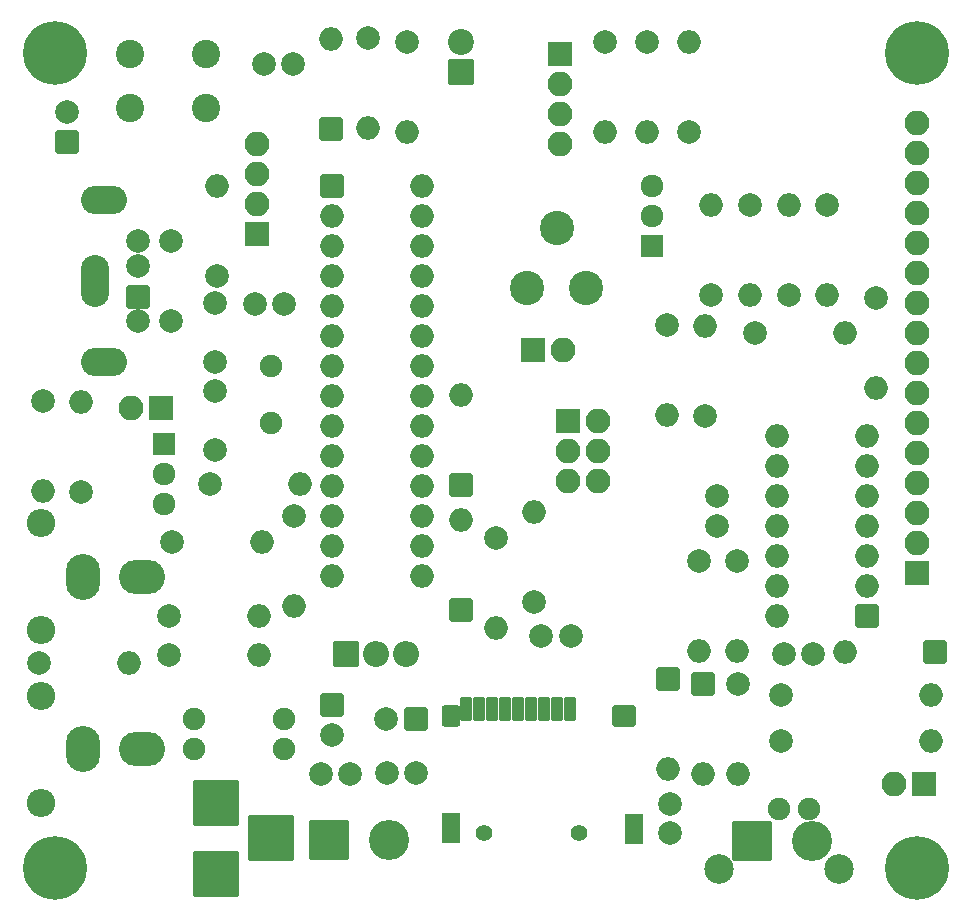
<source format=gbr>
%TF.GenerationSoftware,KiCad,Pcbnew,(6.0.11)*%
%TF.CreationDate,2023-02-05T16:58:02-06:00*%
%TF.ProjectId,PortableTerminal,506f7274-6162-46c6-9554-65726d696e61,rev?*%
%TF.SameCoordinates,Original*%
%TF.FileFunction,Soldermask,Top*%
%TF.FilePolarity,Negative*%
%FSLAX46Y46*%
G04 Gerber Fmt 4.6, Leading zero omitted, Abs format (unit mm)*
G04 Created by KiCad (PCBNEW (6.0.11)) date 2023-02-05 16:58:02*
%MOMM*%
%LPD*%
G01*
G04 APERTURE LIST*
G04 Aperture macros list*
%AMRoundRect*
0 Rectangle with rounded corners*
0 $1 Rounding radius*
0 $2 $3 $4 $5 $6 $7 $8 $9 X,Y pos of 4 corners*
0 Add a 4 corners polygon primitive as box body*
4,1,4,$2,$3,$4,$5,$6,$7,$8,$9,$2,$3,0*
0 Add four circle primitives for the rounded corners*
1,1,$1+$1,$2,$3*
1,1,$1+$1,$4,$5*
1,1,$1+$1,$6,$7*
1,1,$1+$1,$8,$9*
0 Add four rect primitives between the rounded corners*
20,1,$1+$1,$2,$3,$4,$5,0*
20,1,$1+$1,$4,$5,$6,$7,0*
20,1,$1+$1,$6,$7,$8,$9,0*
20,1,$1+$1,$8,$9,$2,$3,0*%
G04 Aperture macros list end*
%ADD10RoundRect,0.200000X-0.800000X0.800000X-0.800000X-0.800000X0.800000X-0.800000X0.800000X0.800000X0*%
%ADD11C,2.000000*%
%ADD12RoundRect,0.200000X0.800000X-0.800000X0.800000X0.800000X-0.800000X0.800000X-0.800000X-0.800000X0*%
%ADD13RoundRect,0.200000X0.800000X0.800000X-0.800000X0.800000X-0.800000X-0.800000X0.800000X-0.800000X0*%
%ADD14O,2.000000X2.000000*%
%ADD15RoundRect,0.200000X1.750000X-1.750000X1.750000X1.750000X-1.750000X1.750000X-1.750000X-1.750000X0*%
%ADD16RoundRect,0.200000X-0.850000X-0.850000X0.850000X-0.850000X0.850000X0.850000X-0.850000X0.850000X0*%
%ADD17O,2.100000X2.100000*%
%ADD18RoundRect,0.200000X0.850000X0.850000X-0.850000X0.850000X-0.850000X-0.850000X0.850000X-0.850000X0*%
%ADD19O,2.400000X2.400000*%
%ADD20O,2.900000X3.900000*%
%ADD21O,3.900000X2.900000*%
%ADD22RoundRect,0.200000X0.850000X-0.850000X0.850000X0.850000X-0.850000X0.850000X-0.850000X-0.850000X0*%
%ADD23O,3.900000X2.400000*%
%ADD24O,2.400000X4.400000*%
%ADD25C,2.900000*%
%ADD26C,2.400000*%
%ADD27RoundRect,0.200000X-0.900000X-0.900000X0.900000X-0.900000X0.900000X0.900000X-0.900000X0.900000X0*%
%ADD28O,2.200000X2.200000*%
%ADD29RoundRect,0.200000X-0.800000X-0.800000X0.800000X-0.800000X0.800000X0.800000X-0.800000X0.800000X0*%
%ADD30RoundRect,0.200000X0.800000X0.700000X-0.800000X0.700000X-0.800000X-0.700000X0.800000X-0.700000X0*%
%ADD31C,1.400000*%
%ADD32RoundRect,0.200000X-0.600000X-1.100000X0.600000X-1.100000X0.600000X1.100000X-0.600000X1.100000X0*%
%ADD33RoundRect,0.200000X0.350000X0.800000X-0.350000X0.800000X-0.350000X-0.800000X0.350000X-0.800000X0*%
%ADD34RoundRect,0.200000X0.600000X0.700000X-0.600000X0.700000X-0.600000X-0.700000X0.600000X-0.700000X0*%
%ADD35C,1.900000*%
%ADD36RoundRect,0.200000X0.900000X-0.900000X0.900000X0.900000X-0.900000X0.900000X-0.900000X-0.900000X0*%
%ADD37C,2.200000*%
%ADD38RoundRect,0.200000X-0.760000X-0.760000X0.760000X-0.760000X0.760000X0.760000X-0.760000X0.760000X0*%
%ADD39C,1.920000*%
%ADD40RoundRect,0.200000X-0.850000X0.850000X-0.850000X-0.850000X0.850000X-0.850000X0.850000X0.850000X0*%
%ADD41RoundRect,0.200000X-1.500000X-1.500000X1.500000X-1.500000X1.500000X1.500000X-1.500000X1.500000X0*%
%ADD42C,3.400000*%
%ADD43RoundRect,0.200000X0.760000X0.760000X-0.760000X0.760000X-0.760000X-0.760000X0.760000X-0.760000X0*%
%ADD44C,2.500000*%
%ADD45C,5.400000*%
G04 APERTURE END LIST*
D10*
%TO.C,C1*%
X78480000Y-121230000D03*
D11*
X78480000Y-123730000D03*
%TD*%
%TO.C,C2*%
X75170000Y-66900000D03*
X72670000Y-66900000D03*
%TD*%
D12*
%TO.C,C3*%
X56000000Y-73500000D03*
D11*
X56000000Y-71000000D03*
%TD*%
%TO.C,C4*%
X74400000Y-87200000D03*
X71900000Y-87200000D03*
%TD*%
%TO.C,C5*%
X68560000Y-87170000D03*
X68560000Y-92170000D03*
%TD*%
%TO.C,C6*%
X68560000Y-94600000D03*
X68560000Y-99600000D03*
%TD*%
%TO.C,C7*%
X96150000Y-115340000D03*
X98650000Y-115340000D03*
%TD*%
D13*
%TO.C,C8*%
X85520000Y-122350000D03*
D11*
X83020000Y-122350000D03*
%TD*%
D12*
%TO.C,D1*%
X78330000Y-72430000D03*
D14*
X78330000Y-64810000D03*
%TD*%
D12*
%TO.C,D2*%
X89340000Y-102600000D03*
D14*
X89340000Y-94980000D03*
%TD*%
D12*
%TO.C,D3*%
X89380000Y-113160000D03*
D14*
X89380000Y-105540000D03*
%TD*%
D15*
%TO.C,J1*%
X68620000Y-129460000D03*
X68620000Y-135460000D03*
X73320000Y-132460000D03*
%TD*%
D16*
%TO.C,J4*%
X98450000Y-97160000D03*
D17*
X100990000Y-97160000D03*
X98450000Y-99700000D03*
X100990000Y-99700000D03*
X98450000Y-102240000D03*
X100990000Y-102240000D03*
%TD*%
D16*
%TO.C,J7*%
X97790000Y-66040000D03*
D17*
X97790000Y-68580000D03*
X97790000Y-71120000D03*
X97790000Y-73660000D03*
%TD*%
D18*
%TO.C,J8*%
X72136000Y-81280000D03*
D17*
X72136000Y-78740000D03*
X72136000Y-76200000D03*
X72136000Y-73660000D03*
%TD*%
D19*
%TO.C,J9*%
X53840000Y-105810000D03*
X53840000Y-114810000D03*
D20*
X57340000Y-110310000D03*
D21*
X62340000Y-110310000D03*
%TD*%
D19*
%TO.C,J10*%
X53840000Y-120450000D03*
X53840000Y-129450000D03*
D20*
X57340000Y-124950000D03*
D21*
X62340000Y-124950000D03*
%TD*%
D22*
%TO.C,JP1*%
X95480000Y-91140000D03*
D17*
X98020000Y-91140000D03*
%TD*%
D10*
%TO.C,P1*%
X62030000Y-86610000D03*
D11*
X62030000Y-84010000D03*
X62030000Y-88710000D03*
X62030000Y-81910000D03*
X64830000Y-88710000D03*
X64830000Y-81910000D03*
D23*
X59180000Y-78460000D03*
D24*
X58380000Y-85310000D03*
D23*
X59180000Y-92160000D03*
%TD*%
D11*
%TO.C,R1*%
X81460000Y-64690000D03*
D14*
X81460000Y-72310000D03*
%TD*%
D11*
%TO.C,R2*%
X105156000Y-65024000D03*
D14*
X105156000Y-72644000D03*
%TD*%
D11*
%TO.C,R3*%
X101600000Y-65024000D03*
D14*
X101600000Y-72644000D03*
%TD*%
D11*
%TO.C,R4*%
X64920000Y-107370000D03*
D14*
X72540000Y-107370000D03*
%TD*%
D11*
%TO.C,R5*%
X53680000Y-117650000D03*
D14*
X61300000Y-117650000D03*
%TD*%
D11*
%TO.C,R6*%
X108712000Y-72644000D03*
D14*
X108712000Y-65024000D03*
%TD*%
D11*
%TO.C,R7*%
X64650000Y-116930000D03*
D14*
X72270000Y-116930000D03*
%TD*%
D11*
%TO.C,R8*%
X64680000Y-113690000D03*
D14*
X72300000Y-113690000D03*
%TD*%
D11*
%TO.C,R9*%
X92330000Y-107010000D03*
D14*
X92330000Y-114630000D03*
%TD*%
D11*
%TO.C,R10*%
X117180000Y-86500000D03*
D14*
X117180000Y-78880000D03*
%TD*%
D11*
%TO.C,R11*%
X120390000Y-78870000D03*
D14*
X120390000Y-86490000D03*
%TD*%
D11*
%TO.C,R12*%
X110540000Y-86480000D03*
D14*
X110540000Y-78860000D03*
%TD*%
D11*
%TO.C,R13*%
X113870000Y-78860000D03*
D14*
X113870000Y-86480000D03*
%TD*%
D11*
%TO.C,R14*%
X106810000Y-89040000D03*
D14*
X106810000Y-96660000D03*
%TD*%
D11*
%TO.C,R15*%
X110030000Y-96700000D03*
D14*
X110030000Y-89080000D03*
%TD*%
D11*
%TO.C,R16*%
X57190000Y-103130000D03*
D14*
X57190000Y-95510000D03*
%TD*%
D11*
%TO.C,R17*%
X53970000Y-95460000D03*
D14*
X53970000Y-103080000D03*
%TD*%
D25*
%TO.C,RV1*%
X94996000Y-85852000D03*
X97496000Y-80812000D03*
X99996000Y-85852000D03*
%TD*%
D26*
%TO.C,SW1*%
X61318000Y-70612000D03*
X67818000Y-70612000D03*
X67818000Y-66112000D03*
X61318000Y-66112000D03*
%TD*%
D27*
%TO.C,U1*%
X79600000Y-116850000D03*
D28*
X82140000Y-116850000D03*
X84680000Y-116850000D03*
%TD*%
D29*
%TO.C,U2*%
X78486000Y-77216000D03*
D14*
X78486000Y-79756000D03*
X78486000Y-82296000D03*
X78486000Y-84836000D03*
X78486000Y-87376000D03*
X78486000Y-89916000D03*
X78486000Y-92456000D03*
X78486000Y-94996000D03*
X78486000Y-97536000D03*
X78486000Y-100076000D03*
X78486000Y-102616000D03*
X78486000Y-105156000D03*
X78486000Y-107696000D03*
X78486000Y-110236000D03*
X86106000Y-110236000D03*
X86106000Y-107696000D03*
X86106000Y-105156000D03*
X86106000Y-102616000D03*
X86106000Y-100076000D03*
X86106000Y-97536000D03*
X86106000Y-94996000D03*
X86106000Y-92456000D03*
X86106000Y-89916000D03*
X86106000Y-87376000D03*
X86106000Y-84836000D03*
X86106000Y-82296000D03*
X86106000Y-79756000D03*
X86106000Y-77216000D03*
%TD*%
D18*
%TO.C,U3*%
X128000000Y-110000000D03*
D17*
X128000000Y-107460000D03*
X128000000Y-104920000D03*
X128000000Y-102380000D03*
X128000000Y-99840000D03*
X128000000Y-97300000D03*
X128000000Y-94760000D03*
X128000000Y-92220000D03*
X128000000Y-89680000D03*
X128000000Y-87140000D03*
X128000000Y-84600000D03*
X128000000Y-82060000D03*
X128000000Y-79520000D03*
X128000000Y-76980000D03*
X128000000Y-74440000D03*
X128000000Y-71900000D03*
%TD*%
D30*
%TO.C,U4*%
X103160000Y-122100000D03*
D31*
X99360000Y-132000000D03*
D32*
X88560000Y-131600000D03*
D31*
X91360000Y-132000000D03*
D33*
X98560000Y-121500000D03*
X97460000Y-121500000D03*
X96360000Y-121500000D03*
X95260000Y-121500000D03*
X94160000Y-121500000D03*
X93060000Y-121500000D03*
X91960000Y-121500000D03*
X90860000Y-121500000D03*
X89760000Y-121500000D03*
D34*
X88560000Y-122100000D03*
D32*
X104060000Y-131700000D03*
%TD*%
D35*
%TO.C,Y1*%
X73260000Y-97340000D03*
X73260000Y-92460000D03*
%TD*%
D36*
%TO.C,D4*%
X89408000Y-67564000D03*
D37*
X89408000Y-65024000D03*
%TD*%
D11*
%TO.C,R18*%
X84836000Y-65024000D03*
D14*
X84836000Y-72644000D03*
%TD*%
D38*
%TO.C,Q1*%
X64260000Y-99100000D03*
D39*
X64260000Y-101640000D03*
X64260000Y-104180000D03*
%TD*%
D11*
%TO.C,R19*%
X68110000Y-102490000D03*
D14*
X75730000Y-102490000D03*
%TD*%
D40*
%TO.C,JP2*%
X64008000Y-96012000D03*
D17*
X61468000Y-96012000D03*
%TD*%
D11*
%TO.C,R20*%
X68730000Y-84830000D03*
D14*
X68730000Y-77210000D03*
%TD*%
D41*
%TO.C,J11*%
X78232000Y-132588000D03*
D42*
X83312000Y-132588000D03*
%TD*%
D43*
%TO.C,Q2*%
X105520000Y-82320000D03*
D39*
X105520000Y-79780000D03*
X105520000Y-77240000D03*
%TD*%
D11*
%TO.C,R21*%
X95550000Y-112490000D03*
D14*
X95550000Y-104870000D03*
%TD*%
D11*
%TO.C,C9*%
X107070000Y-129530000D03*
X107070000Y-132030000D03*
%TD*%
%TO.C,C10*%
X116700000Y-116900000D03*
X119200000Y-116900000D03*
%TD*%
D10*
%TO.C,D5*%
X109830000Y-119420000D03*
D14*
X109830000Y-127040000D03*
%TD*%
D13*
%TO.C,D6*%
X129500000Y-116700000D03*
D14*
X121880000Y-116700000D03*
%TD*%
D44*
%TO.C,J12*%
X111180000Y-135080000D03*
X121340000Y-135080000D03*
D35*
X116260000Y-130000000D03*
D41*
X113974000Y-132728000D03*
D42*
X119054000Y-132728000D03*
D35*
X118800000Y-130000000D03*
%TD*%
D11*
%TO.C,R22*%
X116500000Y-124200000D03*
D14*
X129200000Y-124200000D03*
%TD*%
D11*
%TO.C,R23*%
X116500000Y-120300000D03*
D14*
X129200000Y-120300000D03*
%TD*%
D11*
%TO.C,R24*%
X112700000Y-109000000D03*
D14*
X112700000Y-116620000D03*
%TD*%
D11*
%TO.C,R25*%
X75200000Y-105170000D03*
D14*
X75200000Y-112790000D03*
%TD*%
D13*
%TO.C,U5*%
X123770000Y-113660000D03*
D14*
X123770000Y-111120000D03*
X123770000Y-108580000D03*
X123770000Y-106040000D03*
X123770000Y-103500000D03*
X123770000Y-100960000D03*
X123770000Y-98420000D03*
X116150000Y-98420000D03*
X116150000Y-100960000D03*
X116150000Y-103500000D03*
X116150000Y-106040000D03*
X116150000Y-108580000D03*
X116150000Y-111120000D03*
X116150000Y-113660000D03*
%TD*%
D11*
%TO.C,R26*%
X112850000Y-119420000D03*
D14*
X112850000Y-127040000D03*
%TD*%
D11*
%TO.C,C11*%
X111010000Y-106030000D03*
X111010000Y-103530000D03*
%TD*%
D10*
%TO.C,D7*%
X106930000Y-119000000D03*
D14*
X106930000Y-126620000D03*
%TD*%
D11*
%TO.C,R27*%
X109500000Y-109000000D03*
D14*
X109500000Y-116620000D03*
%TD*%
D11*
%TO.C,R28*%
X124530000Y-86700000D03*
D14*
X124530000Y-94320000D03*
%TD*%
D11*
%TO.C,R29*%
X114300000Y-89720000D03*
D14*
X121920000Y-89720000D03*
%TD*%
D11*
%TO.C,C12*%
X83090000Y-126930000D03*
X85590000Y-126930000D03*
%TD*%
%TO.C,C13*%
X80000000Y-127000000D03*
X77500000Y-127000000D03*
%TD*%
D35*
%TO.C,T1*%
X66770000Y-122340000D03*
X74390000Y-122340000D03*
X66770000Y-124880000D03*
X74390000Y-124880000D03*
%TD*%
D40*
%TO.C,JP3*%
X128600000Y-127900000D03*
D17*
X126060000Y-127900000D03*
%TD*%
D45*
%TO.C,J2*%
X55000000Y-66000000D03*
%TD*%
%TO.C,J3*%
X55000000Y-135000000D03*
%TD*%
%TO.C,J5*%
X128000000Y-66000000D03*
%TD*%
%TO.C,J6*%
X128000000Y-135000000D03*
%TD*%
M02*

</source>
